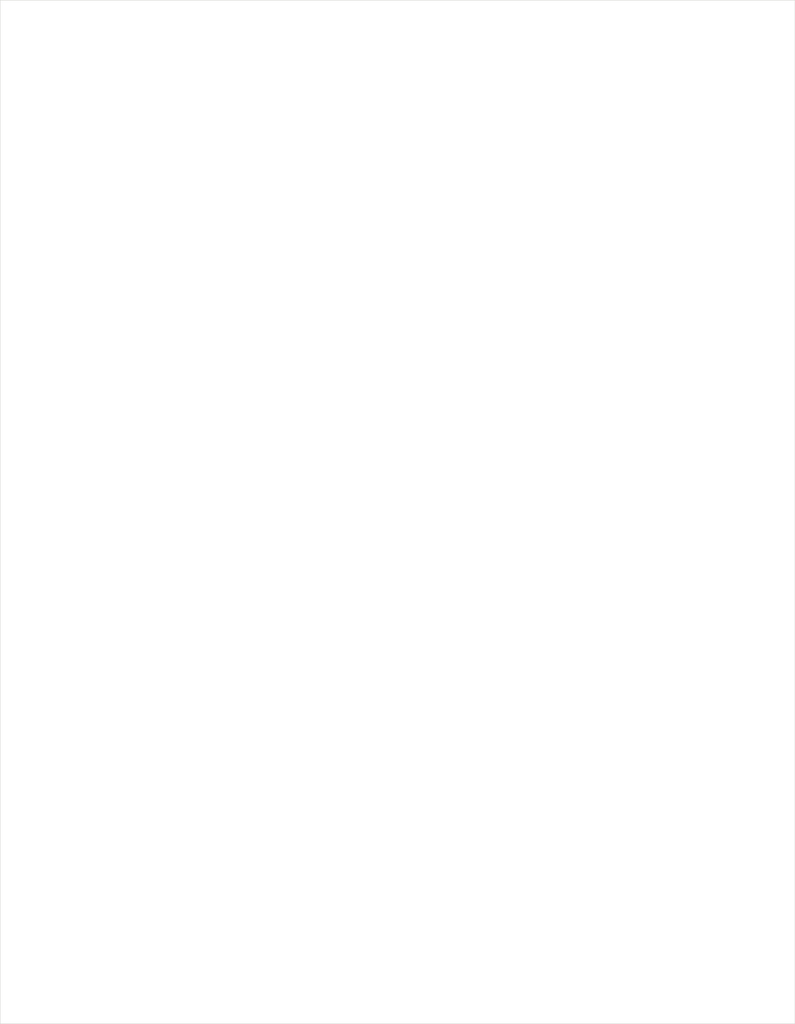
<source format=kicad_pcb>
(kicad_pcb
	(version 20241229)
	(generator "pcbnew")
	(generator_version "9.0")
	(general
		(thickness 1.6)
		(legacy_teardrops no)
	)
	(paper "A4")
	(layers
		(0 "F.Cu" signal)
		(2 "B.Cu" signal)
		(9 "F.Adhes" user "F.Adhesive")
		(11 "B.Adhes" user "B.Adhesive")
		(13 "F.Paste" user)
		(15 "B.Paste" user)
		(5 "F.SilkS" user "F.Silkscreen")
		(7 "B.SilkS" user "B.Silkscreen")
		(1 "F.Mask" user)
		(3 "B.Mask" user)
		(25 "Edge.Cuts" user)
		(27 "Margin" user)
		(31 "F.CrtYd" user "F.Courtyard")
		(29 "B.CrtYd" user "B.Courtyard")
		(35 "F.Fab" user)
		(33 "B.Fab" user)
	)
	(setup
		(stackup
			(layer "F.SilkS"
				(type "Top Silk Screen")
			)
			(layer "F.Paste"
				(type "Top Solder Paste")
			)
			(layer "F.Mask"
				(type "Top Solder Mask")
				(thickness 0.01)
			)
			(layer "F.Cu"
				(type "copper")
				(thickness 0.035)
			)
			(layer "dielectric 1"
				(type "core")
				(thickness 1.51)
				(material "FR4")
				(epsilon_r 4.5)
				(loss_tangent 0.02)
			)
			(layer "B.Cu"
				(type "copper")
				(thickness 0.035)
			)
			(layer "B.Mask"
				(type "Bottom Solder Mask")
				(thickness 0.01)
			)
			(layer "B.Paste"
				(type "Bottom Solder Paste")
			)
			(layer "B.SilkS"
				(type "Bottom Silk Screen")
			)
			(copper_finish "None")
			(dielectric_constraints no)
		)
		(pad_to_mask_clearance 0)
		(allow_soldermask_bridges_in_footprints no)
		(tenting front back)
		(pcbplotparams
			(layerselection 0x00000000_00000000_55555555_5755f5ff)
			(plot_on_all_layers_selection 0x00000000_00000000_00000000_00000000)
			(disableapertmacros no)
			(usegerberextensions no)
			(usegerberattributes yes)
			(usegerberadvancedattributes yes)
			(creategerberjobfile yes)
			(dashed_line_dash_ratio 12.000000)
			(dashed_line_gap_ratio 3.000000)
			(svgprecision 4)
			(plotframeref no)
			(mode 1)
			(useauxorigin no)
			(hpglpennumber 1)
			(hpglpenspeed 20)
			(hpglpendiameter 15.000000)
			(pdf_front_fp_property_popups yes)
			(pdf_back_fp_property_popups yes)
			(pdf_metadata yes)
			(pdf_single_document no)
			(dxfpolygonmode yes)
			(dxfimperialunits yes)
			(dxfusepcbnewfont yes)
			(psnegative no)
			(psa4output no)
			(plot_black_and_white yes)
			(sketchpadsonfab no)
			(plotpadnumbers no)
			(hidednponfab no)
			(sketchdnponfab yes)
			(crossoutdnponfab yes)
			(subtractmaskfromsilk no)
			(outputformat 1)
			(mirror no)
			(drillshape 1)
			(scaleselection 1)
			(outputdirectory "")
		)
	)
	(net 0 "")
	(gr_rect
		(start 60 40)
		(end 152.5 159)
		(stroke
			(width 0.05)
			(type default)
		)
		(fill no)
		(layer "Edge.Cuts")
		(uuid "079a9981-9340-4569-8e90-8df21dfcce80")
	)
	(embedded_fonts no)
)

</source>
